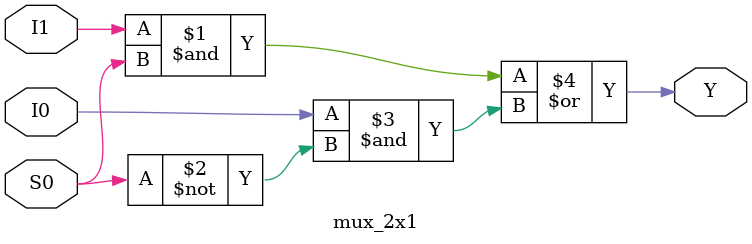
<source format=v>
module mux_2x1(
	input I0,I1,S0,
	output Y
);
	assign Y=(I1&S0) | (I0&(~S0));
endmodule

</source>
